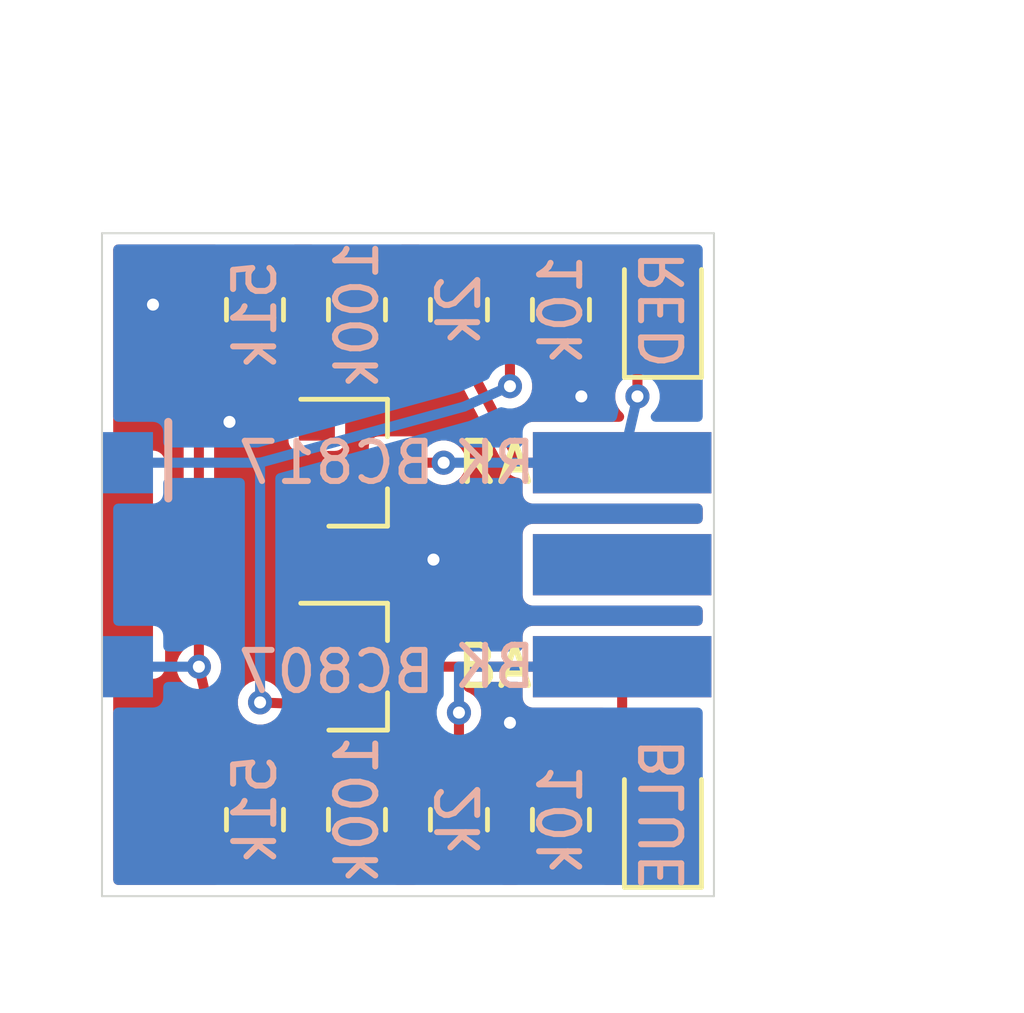
<source format=kicad_pcb>
(kicad_pcb (version 20171130) (host pcbnew 5.1.5+dfsg1-2build2)

  (general
    (thickness 0.8)
    (drawings 6)
    (tracks 54)
    (zones 0)
    (modules 14)
    (nets 12)
  )

  (page A4)
  (layers
    (0 F.Cu signal)
    (31 B.Cu signal)
    (32 B.Adhes user)
    (33 F.Adhes user)
    (34 B.Paste user)
    (35 F.Paste user)
    (36 B.SilkS user)
    (37 F.SilkS user)
    (38 B.Mask user)
    (39 F.Mask user)
    (40 Dwgs.User user)
    (41 Cmts.User user)
    (42 Eco1.User user)
    (43 Eco2.User user)
    (44 Edge.Cuts user)
    (45 Margin user)
    (46 B.CrtYd user)
    (47 F.CrtYd user)
    (48 B.Fab user)
    (49 F.Fab user)
  )

  (setup
    (last_trace_width 0.25)
    (user_trace_width 0.3)
    (user_trace_width 0.5)
    (user_trace_width 0.7)
    (trace_clearance 0.2)
    (zone_clearance 0.254)
    (zone_45_only no)
    (trace_min 0.2)
    (via_size 0.8)
    (via_drill 0.4)
    (via_min_size 0.4)
    (via_min_drill 0.3)
    (user_via 0.6 0.3)
    (uvia_size 0.3)
    (uvia_drill 0.1)
    (uvias_allowed no)
    (uvia_min_size 0.2)
    (uvia_min_drill 0.1)
    (edge_width 0.05)
    (segment_width 0.2)
    (pcb_text_width 0.3)
    (pcb_text_size 1.5 1.5)
    (mod_edge_width 0.12)
    (mod_text_size 1 1)
    (mod_text_width 0.15)
    (pad_size 1.524 1.524)
    (pad_drill 0.762)
    (pad_to_mask_clearance 0.051)
    (solder_mask_min_width 0.25)
    (aux_axis_origin 0 0)
    (visible_elements FFFBFF7F)
    (pcbplotparams
      (layerselection 0x010fc_ffffffff)
      (usegerberextensions false)
      (usegerberattributes false)
      (usegerberadvancedattributes false)
      (creategerberjobfile false)
      (excludeedgelayer true)
      (linewidth 0.100000)
      (plotframeref false)
      (viasonmask false)
      (mode 1)
      (useauxorigin false)
      (hpglpennumber 1)
      (hpglpenspeed 20)
      (hpglpendiameter 15.000000)
      (psnegative false)
      (psa4output false)
      (plotreference true)
      (plotvalue true)
      (plotinvisibletext false)
      (padsonsilk false)
      (subtractmaskfromsilk false)
      (outputformat 1)
      (mirror false)
      (drillshape 1)
      (scaleselection 1)
      (outputdirectory ""))
  )

  (net 0 "")
  (net 1 "Net-(D1-Pad2)")
  (net 2 "Net-(D2-Pad1)")
  (net 3 VIN)
  (net 4 GND)
  (net 5 "Net-(Q1-Pad1)")
  (net 6 "Net-(Q2-Pad1)")
  (net 7 RED_K)
  (net 8 BLUE_A)
  (net 9 IN)
  (net 10 BLUE_K)
  (net 11 RED_A)

  (net_class Default "This is the default net class."
    (clearance 0.2)
    (trace_width 0.25)
    (via_dia 0.8)
    (via_drill 0.4)
    (uvia_dia 0.3)
    (uvia_drill 0.1)
    (add_net BLUE_A)
    (add_net BLUE_K)
    (add_net GND)
    (add_net IN)
    (add_net "Net-(D1-Pad2)")
    (add_net "Net-(D2-Pad1)")
    (add_net "Net-(Q1-Pad1)")
    (add_net "Net-(Q2-Pad1)")
    (add_net RED_A)
    (add_net RED_K)
    (add_net VIN)
  )

  (module Package_TO_SOT_SMD:SOT-23 (layer F.Cu) (tedit 5A02FF57) (tstamp 639EEE83)
    (at 124.46 80.645)
    (descr "SOT-23, Standard")
    (tags SOT-23)
    (path /639F1843)
    (attr smd)
    (fp_text reference Q2 (at 0 -2.5) (layer F.SilkS) hide
      (effects (font (size 1 1) (thickness 0.15)))
    )
    (fp_text value BC807 (at -0.508 0.127) (layer B.SilkS)
      (effects (font (size 1 1) (thickness 0.15)) (justify mirror))
    )
    (fp_line (start 0.76 1.58) (end -0.7 1.58) (layer F.SilkS) (width 0.12))
    (fp_line (start 0.76 -1.58) (end -1.4 -1.58) (layer F.SilkS) (width 0.12))
    (fp_line (start -1.7 1.75) (end -1.7 -1.75) (layer F.CrtYd) (width 0.05))
    (fp_line (start 1.7 1.75) (end -1.7 1.75) (layer F.CrtYd) (width 0.05))
    (fp_line (start 1.7 -1.75) (end 1.7 1.75) (layer F.CrtYd) (width 0.05))
    (fp_line (start -1.7 -1.75) (end 1.7 -1.75) (layer F.CrtYd) (width 0.05))
    (fp_line (start 0.76 -1.58) (end 0.76 -0.65) (layer F.SilkS) (width 0.12))
    (fp_line (start 0.76 1.58) (end 0.76 0.65) (layer F.SilkS) (width 0.12))
    (fp_line (start -0.7 1.52) (end 0.7 1.52) (layer F.Fab) (width 0.1))
    (fp_line (start 0.7 -1.52) (end 0.7 1.52) (layer F.Fab) (width 0.1))
    (fp_line (start -0.7 -0.95) (end -0.15 -1.52) (layer F.Fab) (width 0.1))
    (fp_line (start -0.15 -1.52) (end 0.7 -1.52) (layer F.Fab) (width 0.1))
    (fp_line (start -0.7 -0.95) (end -0.7 1.5) (layer F.Fab) (width 0.1))
    (fp_text user %R (at 0 0 90) (layer F.Fab) hide
      (effects (font (size 0.5 0.5) (thickness 0.075)))
    )
    (pad 3 smd rect (at 1 0) (size 0.9 0.8) (layers F.Cu F.Paste F.Mask)
      (net 8 BLUE_A))
    (pad 2 smd rect (at -1 0.95) (size 0.9 0.8) (layers F.Cu F.Paste F.Mask)
      (net 3 VIN))
    (pad 1 smd rect (at -1 -0.95) (size 0.9 0.8) (layers F.Cu F.Paste F.Mask)
      (net 6 "Net-(Q2-Pad1)"))
    (model ${KISYS3DMOD}/Package_TO_SOT_SMD.3dshapes/SOT-23.wrl
      (at (xyz 0 0 0))
      (scale (xyz 1 1 1))
      (rotate (xyz 0 0 0))
    )
  )

  (module Package_TO_SOT_SMD:SOT-23 (layer F.Cu) (tedit 5A02FF57) (tstamp 639EEE6E)
    (at 124.46 75.565)
    (descr "SOT-23, Standard")
    (tags SOT-23)
    (path /639F14CB)
    (attr smd)
    (fp_text reference Q1 (at 0 -2.5) (layer F.SilkS) hide
      (effects (font (size 1 1) (thickness 0.15)))
    )
    (fp_text value BC817 (at -0.508 0) (layer B.SilkS)
      (effects (font (size 1 1) (thickness 0.15)) (justify mirror))
    )
    (fp_line (start 0.76 1.58) (end -0.7 1.58) (layer F.SilkS) (width 0.12))
    (fp_line (start 0.76 -1.58) (end -1.4 -1.58) (layer F.SilkS) (width 0.12))
    (fp_line (start -1.7 1.75) (end -1.7 -1.75) (layer F.CrtYd) (width 0.05))
    (fp_line (start 1.7 1.75) (end -1.7 1.75) (layer F.CrtYd) (width 0.05))
    (fp_line (start 1.7 -1.75) (end 1.7 1.75) (layer F.CrtYd) (width 0.05))
    (fp_line (start -1.7 -1.75) (end 1.7 -1.75) (layer F.CrtYd) (width 0.05))
    (fp_line (start 0.76 -1.58) (end 0.76 -0.65) (layer F.SilkS) (width 0.12))
    (fp_line (start 0.76 1.58) (end 0.76 0.65) (layer F.SilkS) (width 0.12))
    (fp_line (start -0.7 1.52) (end 0.7 1.52) (layer F.Fab) (width 0.1))
    (fp_line (start 0.7 -1.52) (end 0.7 1.52) (layer F.Fab) (width 0.1))
    (fp_line (start -0.7 -0.95) (end -0.15 -1.52) (layer F.Fab) (width 0.1))
    (fp_line (start -0.15 -1.52) (end 0.7 -1.52) (layer F.Fab) (width 0.1))
    (fp_line (start -0.7 -0.95) (end -0.7 1.5) (layer F.Fab) (width 0.1))
    (fp_text user %R (at 0 0 90) (layer F.Fab) hide
      (effects (font (size 0.5 0.5) (thickness 0.075)))
    )
    (pad 3 smd rect (at 1 0) (size 0.9 0.8) (layers F.Cu F.Paste F.Mask)
      (net 7 RED_K))
    (pad 2 smd rect (at -1 0.95) (size 0.9 0.8) (layers F.Cu F.Paste F.Mask)
      (net 4 GND))
    (pad 1 smd rect (at -1 -0.95) (size 0.9 0.8) (layers F.Cu F.Paste F.Mask)
      (net 5 "Net-(Q1-Pad1)"))
    (model ${KISYS3DMOD}/Package_TO_SOT_SMD.3dshapes/SOT-23.wrl
      (at (xyz 0 0 0))
      (scale (xyz 1 1 1))
      (rotate (xyz 0 0 0))
    )
  )

  (module plc88:indicator_channel_in_im (layer F.Cu) (tedit 639EE5B5) (tstamp 639F3119)
    (at 118.11 73.025)
    (path /63A83D70)
    (fp_text reference J1 (at 0 0.5) (layer F.SilkS) hide
      (effects (font (size 1 1) (thickness 0.15)))
    )
    (fp_text value indicator_channel_in_i (at 0 -0.5) (layer F.Fab) hide
      (effects (font (size 1 1) (thickness 0.15)))
    )
    (fp_line (start 1.651 1.524) (end 1.651 3.429) (layer B.SilkS) (width 0.2))
    (fp_line (start -0.127 8.509) (end -0.127 1.651) (layer F.CrtYd) (width 0.12))
    (fp_line (start 1.397 8.509) (end -0.127 8.509) (layer F.CrtYd) (width 0.12))
    (fp_line (start 1.397 1.651) (end 1.397 8.509) (layer F.CrtYd) (width 0.12))
    (fp_line (start -0.127 1.651) (end 1.397 1.651) (layer F.CrtYd) (width 0.12))
    (fp_line (start -0.127 8.509) (end -0.127 1.651) (layer B.CrtYd) (width 0.12))
    (fp_line (start 1.397 8.509) (end -0.127 8.509) (layer B.CrtYd) (width 0.12))
    (fp_line (start 1.397 1.651) (end 1.397 8.509) (layer B.CrtYd) (width 0.12))
    (fp_line (start -0.127 1.651) (end 1.397 1.651) (layer B.CrtYd) (width 0.12))
    (pad 2 smd rect (at 0.635 7.62) (size 1.27 1.524) (layers B.Cu B.Paste B.Mask)
      (net 9 IN))
    (pad 3 smd rect (at 0.635 5.08) (size 1.27 5.08) (layers F.Cu F.Paste F.Mask)
      (net 4 GND))
    (pad 1 smd rect (at 0.635 2.54) (size 1.27 1.524) (layers B.Cu B.Paste B.Mask)
      (net 3 VIN))
  )

  (module Resistor_SMD:R_0805_2012Metric (layer F.Cu) (tedit 5B36C52B) (tstamp 639F31E5)
    (at 127 84.455 270)
    (descr "Resistor SMD 0805 (2012 Metric), square (rectangular) end terminal, IPC_7351 nominal, (Body size source: https://docs.google.com/spreadsheets/d/1BsfQQcO9C6DZCsRaXUlFlo91Tg2WpOkGARC1WS5S8t0/edit?usp=sharing), generated with kicad-footprint-generator")
    (tags resistor)
    (path /63A6A078)
    (attr smd)
    (fp_text reference R7 (at 0 -1.65 90) (layer F.SilkS) hide
      (effects (font (size 1 1) (thickness 0.15)))
    )
    (fp_text value 2k (at 0 0 90) (layer B.SilkS)
      (effects (font (size 1 1) (thickness 0.15)) (justify mirror))
    )
    (fp_text user %R (at 0 0 90) (layer F.Fab)
      (effects (font (size 0.5 0.5) (thickness 0.08)))
    )
    (fp_line (start 1.68 0.95) (end -1.68 0.95) (layer F.CrtYd) (width 0.05))
    (fp_line (start 1.68 -0.95) (end 1.68 0.95) (layer F.CrtYd) (width 0.05))
    (fp_line (start -1.68 -0.95) (end 1.68 -0.95) (layer F.CrtYd) (width 0.05))
    (fp_line (start -1.68 0.95) (end -1.68 -0.95) (layer F.CrtYd) (width 0.05))
    (fp_line (start -0.258578 0.71) (end 0.258578 0.71) (layer F.SilkS) (width 0.12))
    (fp_line (start -0.258578 -0.71) (end 0.258578 -0.71) (layer F.SilkS) (width 0.12))
    (fp_line (start 1 0.6) (end -1 0.6) (layer F.Fab) (width 0.1))
    (fp_line (start 1 -0.6) (end 1 0.6) (layer F.Fab) (width 0.1))
    (fp_line (start -1 -0.6) (end 1 -0.6) (layer F.Fab) (width 0.1))
    (fp_line (start -1 0.6) (end -1 -0.6) (layer F.Fab) (width 0.1))
    (pad 2 smd roundrect (at 0.9375 0 270) (size 0.975 1.4) (layers F.Cu F.Paste F.Mask) (roundrect_rratio 0.25)
      (net 4 GND))
    (pad 1 smd roundrect (at -0.9375 0 270) (size 0.975 1.4) (layers F.Cu F.Paste F.Mask) (roundrect_rratio 0.25)
      (net 10 BLUE_K))
    (model ${KISYS3DMOD}/Resistor_SMD.3dshapes/R_0805_2012Metric.wrl
      (at (xyz 0 0 0))
      (scale (xyz 1 1 1))
      (rotate (xyz 0 0 0))
    )
  )

  (module Resistor_SMD:R_0805_2012Metric (layer F.Cu) (tedit 5B36C52B) (tstamp 639F31A4)
    (at 127 71.755 270)
    (descr "Resistor SMD 0805 (2012 Metric), square (rectangular) end terminal, IPC_7351 nominal, (Body size source: https://docs.google.com/spreadsheets/d/1BsfQQcO9C6DZCsRaXUlFlo91Tg2WpOkGARC1WS5S8t0/edit?usp=sharing), generated with kicad-footprint-generator")
    (tags resistor)
    (path /63A5074E)
    (attr smd)
    (fp_text reference R3 (at 0 -1.65 90) (layer F.SilkS) hide
      (effects (font (size 1 1) (thickness 0.15)))
    )
    (fp_text value 2k (at 0 0 90) (layer B.SilkS)
      (effects (font (size 1 1) (thickness 0.15)) (justify mirror))
    )
    (fp_text user %R (at 0 0 90) (layer F.Fab)
      (effects (font (size 0.5 0.5) (thickness 0.08)))
    )
    (fp_line (start 1.68 0.95) (end -1.68 0.95) (layer F.CrtYd) (width 0.05))
    (fp_line (start 1.68 -0.95) (end 1.68 0.95) (layer F.CrtYd) (width 0.05))
    (fp_line (start -1.68 -0.95) (end 1.68 -0.95) (layer F.CrtYd) (width 0.05))
    (fp_line (start -1.68 0.95) (end -1.68 -0.95) (layer F.CrtYd) (width 0.05))
    (fp_line (start -0.258578 0.71) (end 0.258578 0.71) (layer F.SilkS) (width 0.12))
    (fp_line (start -0.258578 -0.71) (end 0.258578 -0.71) (layer F.SilkS) (width 0.12))
    (fp_line (start 1 0.6) (end -1 0.6) (layer F.Fab) (width 0.1))
    (fp_line (start 1 -0.6) (end 1 0.6) (layer F.Fab) (width 0.1))
    (fp_line (start -1 -0.6) (end 1 -0.6) (layer F.Fab) (width 0.1))
    (fp_line (start -1 0.6) (end -1 -0.6) (layer F.Fab) (width 0.1))
    (pad 2 smd roundrect (at 0.9375 0 270) (size 0.975 1.4) (layers F.Cu F.Paste F.Mask) (roundrect_rratio 0.25)
      (net 11 RED_A))
    (pad 1 smd roundrect (at -0.9375 0 270) (size 0.975 1.4) (layers F.Cu F.Paste F.Mask) (roundrect_rratio 0.25)
      (net 3 VIN))
    (model ${KISYS3DMOD}/Resistor_SMD.3dshapes/R_0805_2012Metric.wrl
      (at (xyz 0 0 0))
      (scale (xyz 1 1 1))
      (rotate (xyz 0 0 0))
    )
  )

  (module plc88:indicator_channel_out_i (layer F.Cu) (tedit 639ED53A) (tstamp 639F3127)
    (at 130.429 73.025)
    (path /63A84406)
    (fp_text reference J2 (at 0 0.5) (layer F.SilkS) hide
      (effects (font (size 1 1) (thickness 0.15)))
    )
    (fp_text value indicator_channel_out_i (at 0 -0.5) (layer F.Fab) hide
      (effects (font (size 1 1) (thickness 0.15)))
    )
    (fp_text user BK (at -2.54 7.62) (layer B.SilkS)
      (effects (font (size 1 1) (thickness 0.15)) (justify mirror))
    )
    (fp_text user RK (at -2.54 2.54) (layer B.SilkS)
      (effects (font (size 1 1) (thickness 0.15)) (justify mirror))
    )
    (fp_text user BA (at -2.54 7.62) (layer F.SilkS)
      (effects (font (size 1 1) (thickness 0.15)))
    )
    (fp_text user RA (at -2.54 2.54) (layer F.SilkS)
      (effects (font (size 1 1) (thickness 0.15)))
    )
    (pad 6 smd rect (at 0.635 5.08) (size 4.445 1.524) (layers B.Cu B.Paste B.Mask))
    (pad 5 smd rect (at 0.635 5.08) (size 4.445 1.524) (layers F.Cu F.Paste F.Mask))
    (pad 4 smd rect (at 0.635 7.62) (size 4.445 1.524) (layers B.Cu B.Paste B.Mask)
      (net 10 BLUE_K))
    (pad 3 smd rect (at 0.635 7.62) (size 4.445 1.524) (layers F.Cu F.Paste F.Mask)
      (net 8 BLUE_A))
    (pad 2 smd rect (at 0.635 2.54) (size 4.445 1.524) (layers B.Cu B.Paste B.Mask)
      (net 7 RED_K))
    (pad 1 smd rect (at 0.635 2.54) (size 4.445 1.524) (layers F.Cu F.Paste F.Mask)
      (net 11 RED_A))
  )

  (module Resistor_SMD:R_0805_2012Metric (layer F.Cu) (tedit 5B36C52B) (tstamp 6396C512)
    (at 129.54 71.755 270)
    (descr "Resistor SMD 0805 (2012 Metric), square (rectangular) end terminal, IPC_7351 nominal, (Body size source: https://docs.google.com/spreadsheets/d/1BsfQQcO9C6DZCsRaXUlFlo91Tg2WpOkGARC1WS5S8t0/edit?usp=sharing), generated with kicad-footprint-generator")
    (tags resistor)
    (path /6399EEC8)
    (attr smd)
    (fp_text reference R4 (at 0 -1.65 90) (layer F.SilkS) hide
      (effects (font (size 1 1) (thickness 0.15)))
    )
    (fp_text value 10k (at 0 0 270) (layer B.SilkS)
      (effects (font (size 1 1) (thickness 0.15)) (justify mirror))
    )
    (fp_text user %R (at 0 0 90) (layer F.Fab) hide
      (effects (font (size 0.5 0.5) (thickness 0.08)))
    )
    (fp_line (start 1.68 0.95) (end -1.68 0.95) (layer F.CrtYd) (width 0.05))
    (fp_line (start 1.68 -0.95) (end 1.68 0.95) (layer F.CrtYd) (width 0.05))
    (fp_line (start -1.68 -0.95) (end 1.68 -0.95) (layer F.CrtYd) (width 0.05))
    (fp_line (start -1.68 0.95) (end -1.68 -0.95) (layer F.CrtYd) (width 0.05))
    (fp_line (start -0.258578 0.71) (end 0.258578 0.71) (layer F.SilkS) (width 0.12))
    (fp_line (start -0.258578 -0.71) (end 0.258578 -0.71) (layer F.SilkS) (width 0.12))
    (fp_line (start 1 0.6) (end -1 0.6) (layer F.Fab) (width 0.1))
    (fp_line (start 1 -0.6) (end 1 0.6) (layer F.Fab) (width 0.1))
    (fp_line (start -1 -0.6) (end 1 -0.6) (layer F.Fab) (width 0.1))
    (fp_line (start -1 0.6) (end -1 -0.6) (layer F.Fab) (width 0.1))
    (pad 2 smd roundrect (at 0.9375 0 270) (size 0.975 1.4) (layers F.Cu F.Paste F.Mask) (roundrect_rratio 0.25)
      (net 1 "Net-(D1-Pad2)"))
    (pad 1 smd roundrect (at -0.9375 0 270) (size 0.975 1.4) (layers F.Cu F.Paste F.Mask) (roundrect_rratio 0.25)
      (net 3 VIN))
    (model ${KISYS3DMOD}/Resistor_SMD.3dshapes/R_0805_2012Metric.wrl
      (at (xyz 0 0 0))
      (scale (xyz 1 1 1))
      (rotate (xyz 0 0 0))
    )
  )

  (module Resistor_SMD:R_0805_2012Metric (layer F.Cu) (tedit 5B36C52B) (tstamp 6396C5DE)
    (at 124.46 84.455 90)
    (descr "Resistor SMD 0805 (2012 Metric), square (rectangular) end terminal, IPC_7351 nominal, (Body size source: https://docs.google.com/spreadsheets/d/1BsfQQcO9C6DZCsRaXUlFlo91Tg2WpOkGARC1WS5S8t0/edit?usp=sharing), generated with kicad-footprint-generator")
    (tags resistor)
    (path /63A7AF6F)
    (attr smd)
    (fp_text reference R8 (at 0 -1.65 90) (layer F.SilkS) hide
      (effects (font (size 1 1) (thickness 0.15)))
    )
    (fp_text value 100k (at 0.254 0 90) (layer B.SilkS)
      (effects (font (size 1 1) (thickness 0.15)) (justify mirror))
    )
    (fp_text user %R (at 0 0 90) (layer F.Fab) hide
      (effects (font (size 0.5 0.5) (thickness 0.08)))
    )
    (fp_line (start 1.68 0.95) (end -1.68 0.95) (layer F.CrtYd) (width 0.05))
    (fp_line (start 1.68 -0.95) (end 1.68 0.95) (layer F.CrtYd) (width 0.05))
    (fp_line (start -1.68 -0.95) (end 1.68 -0.95) (layer F.CrtYd) (width 0.05))
    (fp_line (start -1.68 0.95) (end -1.68 -0.95) (layer F.CrtYd) (width 0.05))
    (fp_line (start -0.258578 0.71) (end 0.258578 0.71) (layer F.SilkS) (width 0.12))
    (fp_line (start -0.258578 -0.71) (end 0.258578 -0.71) (layer F.SilkS) (width 0.12))
    (fp_line (start 1 0.6) (end -1 0.6) (layer F.Fab) (width 0.1))
    (fp_line (start 1 -0.6) (end 1 0.6) (layer F.Fab) (width 0.1))
    (fp_line (start -1 -0.6) (end 1 -0.6) (layer F.Fab) (width 0.1))
    (fp_line (start -1 0.6) (end -1 -0.6) (layer F.Fab) (width 0.1))
    (pad 2 smd roundrect (at 0.9375 0 90) (size 0.975 1.4) (layers F.Cu F.Paste F.Mask) (roundrect_rratio 0.25)
      (net 3 VIN))
    (pad 1 smd roundrect (at -0.9375 0 90) (size 0.975 1.4) (layers F.Cu F.Paste F.Mask) (roundrect_rratio 0.25)
      (net 6 "Net-(Q2-Pad1)"))
    (model ${KISYS3DMOD}/Resistor_SMD.3dshapes/R_0805_2012Metric.wrl
      (at (xyz 0 0 0))
      (scale (xyz 1 1 1))
      (rotate (xyz 0 0 0))
    )
  )

  (module Resistor_SMD:R_0805_2012Metric (layer F.Cu) (tedit 5B36C52B) (tstamp 6396C567)
    (at 129.54 84.455 270)
    (descr "Resistor SMD 0805 (2012 Metric), square (rectangular) end terminal, IPC_7351 nominal, (Body size source: https://docs.google.com/spreadsheets/d/1BsfQQcO9C6DZCsRaXUlFlo91Tg2WpOkGARC1WS5S8t0/edit?usp=sharing), generated with kicad-footprint-generator")
    (tags resistor)
    (path /63A90039)
    (attr smd)
    (fp_text reference R6 (at 0 -1.65 90) (layer F.SilkS) hide
      (effects (font (size 1 1) (thickness 0.15)))
    )
    (fp_text value 10k (at 0 0 90) (layer B.SilkS)
      (effects (font (size 1 1) (thickness 0.15)) (justify mirror))
    )
    (fp_text user %R (at 0 0 90) (layer F.Fab) hide
      (effects (font (size 0.5 0.5) (thickness 0.08)))
    )
    (fp_line (start 1.68 0.95) (end -1.68 0.95) (layer F.CrtYd) (width 0.05))
    (fp_line (start 1.68 -0.95) (end 1.68 0.95) (layer F.CrtYd) (width 0.05))
    (fp_line (start -1.68 -0.95) (end 1.68 -0.95) (layer F.CrtYd) (width 0.05))
    (fp_line (start -1.68 0.95) (end -1.68 -0.95) (layer F.CrtYd) (width 0.05))
    (fp_line (start -0.258578 0.71) (end 0.258578 0.71) (layer F.SilkS) (width 0.12))
    (fp_line (start -0.258578 -0.71) (end 0.258578 -0.71) (layer F.SilkS) (width 0.12))
    (fp_line (start 1 0.6) (end -1 0.6) (layer F.Fab) (width 0.1))
    (fp_line (start 1 -0.6) (end 1 0.6) (layer F.Fab) (width 0.1))
    (fp_line (start -1 -0.6) (end 1 -0.6) (layer F.Fab) (width 0.1))
    (fp_line (start -1 0.6) (end -1 -0.6) (layer F.Fab) (width 0.1))
    (pad 2 smd roundrect (at 0.9375 0 270) (size 0.975 1.4) (layers F.Cu F.Paste F.Mask) (roundrect_rratio 0.25)
      (net 4 GND))
    (pad 1 smd roundrect (at -0.9375 0 270) (size 0.975 1.4) (layers F.Cu F.Paste F.Mask) (roundrect_rratio 0.25)
      (net 2 "Net-(D2-Pad1)"))
    (model ${KISYS3DMOD}/Resistor_SMD.3dshapes/R_0805_2012Metric.wrl
      (at (xyz 0 0 0))
      (scale (xyz 1 1 1))
      (rotate (xyz 0 0 0))
    )
  )

  (module Resistor_SMD:R_0805_2012Metric (layer F.Cu) (tedit 5B36C52B) (tstamp 6396C556)
    (at 121.92 84.455 90)
    (descr "Resistor SMD 0805 (2012 Metric), square (rectangular) end terminal, IPC_7351 nominal, (Body size source: https://docs.google.com/spreadsheets/d/1BsfQQcO9C6DZCsRaXUlFlo91Tg2WpOkGARC1WS5S8t0/edit?usp=sharing), generated with kicad-footprint-generator")
    (tags resistor)
    (path /63A844DD)
    (attr smd)
    (fp_text reference R5 (at 0 -1.65 90) (layer F.SilkS) hide
      (effects (font (size 1 1) (thickness 0.15)))
    )
    (fp_text value 51k (at 0.254 0 90) (layer B.SilkS)
      (effects (font (size 1 1) (thickness 0.15)) (justify mirror))
    )
    (fp_text user %R (at 0 0 90) (layer F.Fab) hide
      (effects (font (size 0.5 0.5) (thickness 0.08)))
    )
    (fp_line (start 1.68 0.95) (end -1.68 0.95) (layer F.CrtYd) (width 0.05))
    (fp_line (start 1.68 -0.95) (end 1.68 0.95) (layer F.CrtYd) (width 0.05))
    (fp_line (start -1.68 -0.95) (end 1.68 -0.95) (layer F.CrtYd) (width 0.05))
    (fp_line (start -1.68 0.95) (end -1.68 -0.95) (layer F.CrtYd) (width 0.05))
    (fp_line (start -0.258578 0.71) (end 0.258578 0.71) (layer F.SilkS) (width 0.12))
    (fp_line (start -0.258578 -0.71) (end 0.258578 -0.71) (layer F.SilkS) (width 0.12))
    (fp_line (start 1 0.6) (end -1 0.6) (layer F.Fab) (width 0.1))
    (fp_line (start 1 -0.6) (end 1 0.6) (layer F.Fab) (width 0.1))
    (fp_line (start -1 -0.6) (end 1 -0.6) (layer F.Fab) (width 0.1))
    (fp_line (start -1 0.6) (end -1 -0.6) (layer F.Fab) (width 0.1))
    (pad 2 smd roundrect (at 0.9375 0 90) (size 0.975 1.4) (layers F.Cu F.Paste F.Mask) (roundrect_rratio 0.25)
      (net 9 IN))
    (pad 1 smd roundrect (at -0.9375 0 90) (size 0.975 1.4) (layers F.Cu F.Paste F.Mask) (roundrect_rratio 0.25)
      (net 6 "Net-(Q2-Pad1)"))
    (model ${KISYS3DMOD}/Resistor_SMD.3dshapes/R_0805_2012Metric.wrl
      (at (xyz 0 0 0))
      (scale (xyz 1 1 1))
      (rotate (xyz 0 0 0))
    )
  )

  (module Resistor_SMD:R_0805_2012Metric (layer F.Cu) (tedit 5B36C52B) (tstamp 6396C4CE)
    (at 121.92 71.755 90)
    (descr "Resistor SMD 0805 (2012 Metric), square (rectangular) end terminal, IPC_7351 nominal, (Body size source: https://docs.google.com/spreadsheets/d/1BsfQQcO9C6DZCsRaXUlFlo91Tg2WpOkGARC1WS5S8t0/edit?usp=sharing), generated with kicad-footprint-generator")
    (tags resistor)
    (path /6398E9E9)
    (attr smd)
    (fp_text reference R2 (at 0 -1.65 90) (layer F.SilkS) hide
      (effects (font (size 1 1) (thickness 0.15)))
    )
    (fp_text value 51k (at -0.127 0 90) (layer B.SilkS)
      (effects (font (size 1 1) (thickness 0.15)) (justify mirror))
    )
    (fp_text user %R (at 0 0 90) (layer F.Fab) hide
      (effects (font (size 0.5 0.5) (thickness 0.08)))
    )
    (fp_line (start 1.68 0.95) (end -1.68 0.95) (layer F.CrtYd) (width 0.05))
    (fp_line (start 1.68 -0.95) (end 1.68 0.95) (layer F.CrtYd) (width 0.05))
    (fp_line (start -1.68 -0.95) (end 1.68 -0.95) (layer F.CrtYd) (width 0.05))
    (fp_line (start -1.68 0.95) (end -1.68 -0.95) (layer F.CrtYd) (width 0.05))
    (fp_line (start -0.258578 0.71) (end 0.258578 0.71) (layer F.SilkS) (width 0.12))
    (fp_line (start -0.258578 -0.71) (end 0.258578 -0.71) (layer F.SilkS) (width 0.12))
    (fp_line (start 1 0.6) (end -1 0.6) (layer F.Fab) (width 0.1))
    (fp_line (start 1 -0.6) (end 1 0.6) (layer F.Fab) (width 0.1))
    (fp_line (start -1 -0.6) (end 1 -0.6) (layer F.Fab) (width 0.1))
    (fp_line (start -1 0.6) (end -1 -0.6) (layer F.Fab) (width 0.1))
    (pad 2 smd roundrect (at 0.9375 0 90) (size 0.975 1.4) (layers F.Cu F.Paste F.Mask) (roundrect_rratio 0.25)
      (net 5 "Net-(Q1-Pad1)"))
    (pad 1 smd roundrect (at -0.9375 0 90) (size 0.975 1.4) (layers F.Cu F.Paste F.Mask) (roundrect_rratio 0.25)
      (net 9 IN))
    (model ${KISYS3DMOD}/Resistor_SMD.3dshapes/R_0805_2012Metric.wrl
      (at (xyz 0 0 0))
      (scale (xyz 1 1 1))
      (rotate (xyz 0 0 0))
    )
  )

  (module Resistor_SMD:R_0805_2012Metric (layer F.Cu) (tedit 5B36C52B) (tstamp 6396C48A)
    (at 124.46 71.755 270)
    (descr "Resistor SMD 0805 (2012 Metric), square (rectangular) end terminal, IPC_7351 nominal, (Body size source: https://docs.google.com/spreadsheets/d/1BsfQQcO9C6DZCsRaXUlFlo91Tg2WpOkGARC1WS5S8t0/edit?usp=sharing), generated with kicad-footprint-generator")
    (tags resistor)
    (path /6398E9EF)
    (attr smd)
    (fp_text reference R1 (at 0 -1.65 90) (layer F.SilkS) hide
      (effects (font (size 1 1) (thickness 0.15)))
    )
    (fp_text value 100k (at 0.127 0 90) (layer B.SilkS)
      (effects (font (size 1 1) (thickness 0.15)) (justify mirror))
    )
    (fp_text user %R (at 0 0 90) (layer F.Fab) hide
      (effects (font (size 0.5 0.5) (thickness 0.08)))
    )
    (fp_line (start 1.68 0.95) (end -1.68 0.95) (layer F.CrtYd) (width 0.05))
    (fp_line (start 1.68 -0.95) (end 1.68 0.95) (layer F.CrtYd) (width 0.05))
    (fp_line (start -1.68 -0.95) (end 1.68 -0.95) (layer F.CrtYd) (width 0.05))
    (fp_line (start -1.68 0.95) (end -1.68 -0.95) (layer F.CrtYd) (width 0.05))
    (fp_line (start -0.258578 0.71) (end 0.258578 0.71) (layer F.SilkS) (width 0.12))
    (fp_line (start -0.258578 -0.71) (end 0.258578 -0.71) (layer F.SilkS) (width 0.12))
    (fp_line (start 1 0.6) (end -1 0.6) (layer F.Fab) (width 0.1))
    (fp_line (start 1 -0.6) (end 1 0.6) (layer F.Fab) (width 0.1))
    (fp_line (start -1 -0.6) (end 1 -0.6) (layer F.Fab) (width 0.1))
    (fp_line (start -1 0.6) (end -1 -0.6) (layer F.Fab) (width 0.1))
    (pad 2 smd roundrect (at 0.9375 0 270) (size 0.975 1.4) (layers F.Cu F.Paste F.Mask) (roundrect_rratio 0.25)
      (net 5 "Net-(Q1-Pad1)"))
    (pad 1 smd roundrect (at -0.9375 0 270) (size 0.975 1.4) (layers F.Cu F.Paste F.Mask) (roundrect_rratio 0.25)
      (net 4 GND))
    (model ${KISYS3DMOD}/Resistor_SMD.3dshapes/R_0805_2012Metric.wrl
      (at (xyz 0 0 0))
      (scale (xyz 1 1 1))
      (rotate (xyz 0 0 0))
    )
  )

  (module LED_SMD:LED_0805_2012Metric (layer F.Cu) (tedit 5B36C52C) (tstamp 6396C21C)
    (at 132.08 84.455 90)
    (descr "LED SMD 0805 (2012 Metric), square (rectangular) end terminal, IPC_7351 nominal, (Body size source: https://docs.google.com/spreadsheets/d/1BsfQQcO9C6DZCsRaXUlFlo91Tg2WpOkGARC1WS5S8t0/edit?usp=sharing), generated with kicad-footprint-generator")
    (tags diode)
    (path /63A90040)
    (attr smd)
    (fp_text reference D2 (at 0 -1.65 90) (layer F.SilkS) hide
      (effects (font (size 1 1) (thickness 0.15)))
    )
    (fp_text value LED (at 0 1.65 90) (layer F.Fab) hide
      (effects (font (size 1 1) (thickness 0.15)))
    )
    (fp_text user %R (at 0 0 90) (layer F.Fab) hide
      (effects (font (size 0.5 0.5) (thickness 0.08)))
    )
    (fp_line (start 1.68 0.95) (end -1.68 0.95) (layer F.CrtYd) (width 0.05))
    (fp_line (start 1.68 -0.95) (end 1.68 0.95) (layer F.CrtYd) (width 0.05))
    (fp_line (start -1.68 -0.95) (end 1.68 -0.95) (layer F.CrtYd) (width 0.05))
    (fp_line (start -1.68 0.95) (end -1.68 -0.95) (layer F.CrtYd) (width 0.05))
    (fp_line (start -1.685 0.96) (end 1 0.96) (layer F.SilkS) (width 0.12))
    (fp_line (start -1.685 -0.96) (end -1.685 0.96) (layer F.SilkS) (width 0.12))
    (fp_line (start 1 -0.96) (end -1.685 -0.96) (layer F.SilkS) (width 0.12))
    (fp_line (start 1 0.6) (end 1 -0.6) (layer F.Fab) (width 0.1))
    (fp_line (start -1 0.6) (end 1 0.6) (layer F.Fab) (width 0.1))
    (fp_line (start -1 -0.3) (end -1 0.6) (layer F.Fab) (width 0.1))
    (fp_line (start -0.7 -0.6) (end -1 -0.3) (layer F.Fab) (width 0.1))
    (fp_line (start 1 -0.6) (end -0.7 -0.6) (layer F.Fab) (width 0.1))
    (fp_text user BLUE (at 0.127 0 90) (layer B.SilkS)
      (effects (font (size 1 1) (thickness 0.15)) (justify mirror))
    )
    (pad 2 smd roundrect (at 0.9375 0 90) (size 0.975 1.4) (layers F.Cu F.Paste F.Mask) (roundrect_rratio 0.25)
      (net 8 BLUE_A))
    (pad 1 smd roundrect (at -0.9375 0 90) (size 0.975 1.4) (layers F.Cu F.Paste F.Mask) (roundrect_rratio 0.25)
      (net 2 "Net-(D2-Pad1)"))
    (model ${KISYS3DMOD}/LED_SMD.3dshapes/LED_0805_2012Metric.wrl
      (at (xyz 0 0 0))
      (scale (xyz 1 1 1))
      (rotate (xyz 0 0 0))
    )
  )

  (module LED_SMD:LED_0805_2012Metric (layer F.Cu) (tedit 5B36C52C) (tstamp 6396C1D0)
    (at 132.08 71.755 90)
    (descr "LED SMD 0805 (2012 Metric), square (rectangular) end terminal, IPC_7351 nominal, (Body size source: https://docs.google.com/spreadsheets/d/1BsfQQcO9C6DZCsRaXUlFlo91Tg2WpOkGARC1WS5S8t0/edit?usp=sharing), generated with kicad-footprint-generator")
    (tags diode)
    (path /639AB66A)
    (attr smd)
    (fp_text reference D1 (at 0 -1.65 90) (layer F.SilkS) hide
      (effects (font (size 1 1) (thickness 0.15)))
    )
    (fp_text value LED (at 0 1.65 90) (layer F.Fab) hide
      (effects (font (size 1 1) (thickness 0.15)))
    )
    (fp_text user %R (at 0 0 90) (layer F.Fab) hide
      (effects (font (size 0.5 0.5) (thickness 0.08)))
    )
    (fp_line (start 1.68 0.95) (end -1.68 0.95) (layer F.CrtYd) (width 0.05))
    (fp_line (start 1.68 -0.95) (end 1.68 0.95) (layer F.CrtYd) (width 0.05))
    (fp_line (start -1.68 -0.95) (end 1.68 -0.95) (layer F.CrtYd) (width 0.05))
    (fp_line (start -1.68 0.95) (end -1.68 -0.95) (layer F.CrtYd) (width 0.05))
    (fp_line (start -1.685 0.96) (end 1 0.96) (layer F.SilkS) (width 0.12))
    (fp_line (start -1.685 -0.96) (end -1.685 0.96) (layer F.SilkS) (width 0.12))
    (fp_line (start 1 -0.96) (end -1.685 -0.96) (layer F.SilkS) (width 0.12))
    (fp_line (start 1 0.6) (end 1 -0.6) (layer F.Fab) (width 0.1))
    (fp_line (start -1 0.6) (end 1 0.6) (layer F.Fab) (width 0.1))
    (fp_line (start -1 -0.3) (end -1 0.6) (layer F.Fab) (width 0.1))
    (fp_line (start -0.7 -0.6) (end -1 -0.3) (layer F.Fab) (width 0.1))
    (fp_line (start 1 -0.6) (end -0.7 -0.6) (layer F.Fab) (width 0.1))
    (fp_text user RED (at 0 0 90) (layer B.SilkS)
      (effects (font (size 1 1) (thickness 0.15)) (justify mirror))
    )
    (pad 2 smd roundrect (at 0.9375 0 90) (size 0.975 1.4) (layers F.Cu F.Paste F.Mask) (roundrect_rratio 0.25)
      (net 1 "Net-(D1-Pad2)"))
    (pad 1 smd roundrect (at -0.9375 0 90) (size 0.975 1.4) (layers F.Cu F.Paste F.Mask) (roundrect_rratio 0.25)
      (net 7 RED_K))
    (model ${KISYS3DMOD}/LED_SMD.3dshapes/LED_0805_2012Metric.wrl
      (at (xyz 0 0 0))
      (scale (xyz 1 1 1))
      (rotate (xyz 0 0 0))
    )
  )

  (dimension 16.51 (width 0.15) (layer F.Fab) (tstamp 6362EC31)
    (gr_text "16,510 mm" (at 139.73 78.105 90) (layer F.Fab) (tstamp 6362EC31)
      (effects (font (size 1 1) (thickness 0.15)))
    )
    (feature1 (pts (xy 133.35 69.85) (xy 139.016421 69.85)))
    (feature2 (pts (xy 133.35 86.36) (xy 139.016421 86.36)))
    (crossbar (pts (xy 138.43 86.36) (xy 138.43 69.85)))
    (arrow1a (pts (xy 138.43 69.85) (xy 139.016421 70.976504)))
    (arrow1b (pts (xy 138.43 69.85) (xy 137.843579 70.976504)))
    (arrow2a (pts (xy 138.43 86.36) (xy 139.016421 85.233496)))
    (arrow2b (pts (xy 138.43 86.36) (xy 137.843579 85.233496)))
  )
  (dimension 15.24 (width 0.15) (layer F.Fab)
    (gr_text "15,240 mm" (at 125.73 64.74) (layer F.Fab)
      (effects (font (size 1 1) (thickness 0.15)))
    )
    (feature1 (pts (xy 133.35 69.85) (xy 133.35 65.453579)))
    (feature2 (pts (xy 118.11 69.85) (xy 118.11 65.453579)))
    (crossbar (pts (xy 118.11 66.04) (xy 133.35 66.04)))
    (arrow1a (pts (xy 133.35 66.04) (xy 132.223496 66.626421)))
    (arrow1b (pts (xy 133.35 66.04) (xy 132.223496 65.453579)))
    (arrow2a (pts (xy 118.11 66.04) (xy 119.236504 66.626421)))
    (arrow2b (pts (xy 118.11 66.04) (xy 119.236504 65.453579)))
  )
  (gr_line (start 118.11 86.36) (end 118.11 69.85) (layer Edge.Cuts) (width 0.05) (tstamp 6362EBE8))
  (gr_line (start 133.35 86.36) (end 118.11 86.36) (layer Edge.Cuts) (width 0.05))
  (gr_line (start 133.35 69.85) (end 133.35 86.36) (layer Edge.Cuts) (width 0.05))
  (gr_line (start 118.11 69.85) (end 133.35 69.85) (layer Edge.Cuts) (width 0.05))

  (segment (start 132.08 70.8175) (end 129.54 72.6925) (width 0.25) (layer F.Cu) (net 1))
  (segment (start 132.08 85.3925) (end 130.81 84.455) (width 0.25) (layer F.Cu) (net 2))
  (segment (start 130.81 84.455) (end 129.54 83.5175) (width 0.25) (layer F.Cu) (net 2))
  (segment (start 123.46 81.595) (end 122.047 81.534) (width 0.25) (layer F.Cu) (net 3))
  (segment (start 122.047 81.534) (end 122.047 81.534) (width 0.25) (layer F.Cu) (net 3) (tstamp 639F54D7))
  (via (at 122.047 81.534) (size 0.6) (drill 0.3) (layers F.Cu B.Cu) (net 3))
  (segment (start 122.047 81.534) (end 122.047 75.565) (width 0.25) (layer B.Cu) (net 3))
  (segment (start 122.047 75.565) (end 118.745 75.565) (width 0.25) (layer B.Cu) (net 3))
  (segment (start 124.46 83.5175) (end 123.46 81.595) (width 0.25) (layer F.Cu) (net 3))
  (segment (start 127.127 74.168) (end 122.047 75.565) (width 0.25) (layer B.Cu) (net 3))
  (segment (start 128.27 73.66) (end 127.127 74.168) (width 0.25) (layer B.Cu) (net 3))
  (via (at 128.27 73.66) (size 0.6) (drill 0.3) (layers F.Cu B.Cu) (net 3))
  (segment (start 128.27 73.66) (end 128.27 70.866) (width 0.25) (layer F.Cu) (net 3))
  (segment (start 128.27 70.866) (end 129.54 70.8175) (width 0.25) (layer F.Cu) (net 3))
  (segment (start 127 70.8175) (end 128.27 70.866) (width 0.25) (layer F.Cu) (net 3))
  (via (at 126.365 77.978) (size 0.6) (drill 0.3) (layers F.Cu B.Cu) (net 4))
  (via (at 128.27 82.042) (size 0.6) (drill 0.3) (layers F.Cu B.Cu) (net 4))
  (via (at 121.285 74.549) (size 0.6) (drill 0.3) (layers F.Cu B.Cu) (net 4))
  (via (at 119.38 71.628) (size 0.6) (drill 0.3) (layers F.Cu B.Cu) (net 4))
  (via (at 130.048 73.914) (size 0.6) (drill 0.3) (layers F.Cu B.Cu) (net 4))
  (segment (start 123.46 74.615) (end 124.46 72.6925) (width 0.25) (layer F.Cu) (net 5))
  (segment (start 124.46 72.6925) (end 121.92 70.8175) (width 0.25) (layer F.Cu) (net 5))
  (segment (start 121.92 85.3925) (end 124.46 85.3925) (width 0.25) (layer F.Cu) (net 6))
  (segment (start 124.46 85.3925) (end 125.603 84.582) (width 0.25) (layer F.Cu) (net 6))
  (segment (start 125.603 84.582) (end 125.603 82.169) (width 0.25) (layer F.Cu) (net 6))
  (segment (start 125.603 82.169) (end 124.587 81.407) (width 0.25) (layer F.Cu) (net 6))
  (segment (start 124.587 81.407) (end 123.46 79.695) (width 0.25) (layer F.Cu) (net 6))
  (segment (start 131.064 75.565) (end 126.619 75.565) (width 0.25) (layer B.Cu) (net 7))
  (segment (start 126.619 75.565) (end 126.619 75.565) (width 0.25) (layer B.Cu) (net 7) (tstamp 639F53A9))
  (via (at 126.619 75.565) (size 0.6) (drill 0.3) (layers F.Cu B.Cu) (net 7))
  (segment (start 125.46 75.565) (end 126.619 75.565) (width 0.25) (layer F.Cu) (net 7))
  (segment (start 131.445 72.6925) (end 131.445 73.914) (width 0.25) (layer F.Cu) (net 7))
  (segment (start 131.445 73.914) (end 131.445 73.914) (width 0.25) (layer F.Cu) (net 7) (tstamp 639F53E1))
  (via (at 131.445 73.914) (size 0.6) (drill 0.3) (layers F.Cu B.Cu) (net 7))
  (segment (start 131.445 73.914) (end 131.064 75.565) (width 0.25) (layer B.Cu) (net 7))
  (segment (start 125.46 80.645) (end 131.064 80.645) (width 0.25) (layer F.Cu) (net 8))
  (segment (start 132.08 83.5175) (end 132.08 82.423) (width 0.25) (layer F.Cu) (net 8))
  (segment (start 132.08 82.423) (end 131.064 81.788) (width 0.25) (layer F.Cu) (net 8))
  (segment (start 131.064 81.788) (end 131.064 80.645) (width 0.25) (layer F.Cu) (net 8))
  (segment (start 118.745 80.645) (end 120.523 80.645) (width 0.25) (layer B.Cu) (net 9))
  (segment (start 120.523 80.645) (end 120.523 80.645) (width 0.25) (layer B.Cu) (net 9) (tstamp 639F5746))
  (via (at 120.523 80.645) (size 0.6) (drill 0.3) (layers F.Cu B.Cu) (net 9))
  (segment (start 120.523 80.645) (end 120.523 74.295) (width 0.25) (layer F.Cu) (net 9))
  (segment (start 120.523 80.645) (end 121.031 82.804) (width 0.25) (layer F.Cu) (net 9))
  (segment (start 121.031 82.804) (end 121.92 83.5175) (width 0.25) (layer F.Cu) (net 9))
  (segment (start 120.523 74.295) (end 121.285 73.025) (width 0.25) (layer F.Cu) (net 9))
  (segment (start 121.92 72.6925) (end 121.285 73.025) (width 0.25) (layer F.Cu) (net 9))
  (segment (start 131.064 80.645) (end 127 80.645) (width 0.25) (layer B.Cu) (net 10))
  (segment (start 127 80.645) (end 127 81.788) (width 0.25) (layer B.Cu) (net 10))
  (segment (start 127 81.788) (end 127 81.788) (width 0.25) (layer B.Cu) (net 10) (tstamp 639F541F))
  (via (at 127 81.788) (size 0.6) (drill 0.3) (layers F.Cu B.Cu) (net 10))
  (segment (start 127 81.788) (end 127 83.5175) (width 0.25) (layer F.Cu) (net 10))
  (segment (start 128.524 75.565) (end 131.064 75.565) (width 0.25) (layer F.Cu) (net 11))
  (segment (start 127 72.6925) (end 128.524 75.565) (width 0.25) (layer F.Cu) (net 11))

  (zone (net 4) (net_name GND) (layer B.Cu) (tstamp 0) (hatch edge 0.508)
    (connect_pads (clearance 0.254))
    (min_thickness 0.254)
    (fill yes (arc_segments 32) (thermal_gap 0.3) (thermal_bridge_width 0.3))
    (polygon
      (pts
        (xy 135.763 89.281) (xy 116.459 89.281) (xy 116.967 69.215) (xy 136.398 69.215)
      )
    )
    (filled_polygon
      (pts
        (xy 132.944 74.420157) (xy 131.901922 74.420157) (xy 131.973967 74.348112) (xy 132.048494 74.236574) (xy 132.099829 74.11264)
        (xy 132.126 73.981073) (xy 132.126 73.846927) (xy 132.099829 73.71536) (xy 132.048494 73.591426) (xy 131.973967 73.479888)
        (xy 131.879112 73.385033) (xy 131.767574 73.310506) (xy 131.64364 73.259171) (xy 131.512073 73.233) (xy 131.377927 73.233)
        (xy 131.24636 73.259171) (xy 131.122426 73.310506) (xy 131.010888 73.385033) (xy 130.916033 73.479888) (xy 130.841506 73.591426)
        (xy 130.790171 73.71536) (xy 130.764 73.846927) (xy 130.764 73.981073) (xy 130.790171 74.11264) (xy 130.841506 74.236574)
        (xy 130.848757 74.247426) (xy 130.808896 74.420157) (xy 128.8415 74.420157) (xy 128.766811 74.427513) (xy 128.694992 74.449299)
        (xy 128.628804 74.484678) (xy 128.570789 74.532289) (xy 128.523178 74.590304) (xy 128.487799 74.656492) (xy 128.466013 74.728311)
        (xy 128.458657 74.803) (xy 128.458657 75.059) (xy 127.076079 75.059) (xy 127.053112 75.036033) (xy 126.941574 74.961506)
        (xy 126.81764 74.910171) (xy 126.686073 74.884) (xy 126.551927 74.884) (xy 126.42036 74.910171) (xy 126.296426 74.961506)
        (xy 126.184888 75.036033) (xy 126.090033 75.130888) (xy 126.015506 75.242426) (xy 125.964171 75.36636) (xy 125.938 75.497927)
        (xy 125.938 75.632073) (xy 125.964171 75.76364) (xy 126.015506 75.887574) (xy 126.090033 75.999112) (xy 126.184888 76.093967)
        (xy 126.296426 76.168494) (xy 126.42036 76.219829) (xy 126.551927 76.246) (xy 126.686073 76.246) (xy 126.81764 76.219829)
        (xy 126.941574 76.168494) (xy 127.053112 76.093967) (xy 127.076079 76.071) (xy 128.458657 76.071) (xy 128.458657 76.327)
        (xy 128.466013 76.401689) (xy 128.487799 76.473508) (xy 128.523178 76.539696) (xy 128.570789 76.597711) (xy 128.628804 76.645322)
        (xy 128.694992 76.680701) (xy 128.766811 76.702487) (xy 128.8415 76.709843) (xy 132.944 76.709843) (xy 132.944 76.960157)
        (xy 128.8415 76.960157) (xy 128.766811 76.967513) (xy 128.694992 76.989299) (xy 128.628804 77.024678) (xy 128.570789 77.072289)
        (xy 128.523178 77.130304) (xy 128.487799 77.196492) (xy 128.466013 77.268311) (xy 128.458657 77.343) (xy 128.458657 78.867)
        (xy 128.466013 78.941689) (xy 128.487799 79.013508) (xy 128.523178 79.079696) (xy 128.570789 79.137711) (xy 128.628804 79.185322)
        (xy 128.694992 79.220701) (xy 128.766811 79.242487) (xy 128.8415 79.249843) (xy 132.944001 79.249843) (xy 132.944001 79.500157)
        (xy 128.8415 79.500157) (xy 128.766811 79.507513) (xy 128.694992 79.529299) (xy 128.628804 79.564678) (xy 128.570789 79.612289)
        (xy 128.523178 79.670304) (xy 128.487799 79.736492) (xy 128.466013 79.808311) (xy 128.458657 79.883) (xy 128.458657 80.139)
        (xy 127.024854 80.139) (xy 127 80.136552) (xy 126.975146 80.139) (xy 126.900807 80.146322) (xy 126.805425 80.175255)
        (xy 126.717521 80.222241) (xy 126.640473 80.285473) (xy 126.577241 80.362521) (xy 126.530255 80.450425) (xy 126.501322 80.545807)
        (xy 126.491552 80.645) (xy 126.494 80.669855) (xy 126.494001 81.33092) (xy 126.471033 81.353888) (xy 126.396506 81.465426)
        (xy 126.345171 81.58936) (xy 126.319 81.720927) (xy 126.319 81.855073) (xy 126.345171 81.98664) (xy 126.396506 82.110574)
        (xy 126.471033 82.222112) (xy 126.565888 82.316967) (xy 126.677426 82.391494) (xy 126.80136 82.442829) (xy 126.932927 82.469)
        (xy 127.067073 82.469) (xy 127.19864 82.442829) (xy 127.322574 82.391494) (xy 127.434112 82.316967) (xy 127.528967 82.222112)
        (xy 127.603494 82.110574) (xy 127.654829 81.98664) (xy 127.681 81.855073) (xy 127.681 81.720927) (xy 127.654829 81.58936)
        (xy 127.603494 81.465426) (xy 127.528967 81.353888) (xy 127.506 81.330921) (xy 127.506 81.151) (xy 128.458657 81.151)
        (xy 128.458657 81.407) (xy 128.466013 81.481689) (xy 128.487799 81.553508) (xy 128.523178 81.619696) (xy 128.570789 81.677711)
        (xy 128.628804 81.725322) (xy 128.694992 81.760701) (xy 128.766811 81.782487) (xy 128.8415 81.789843) (xy 132.944001 81.789843)
        (xy 132.944001 85.954) (xy 118.516 85.954) (xy 118.516 81.789843) (xy 119.38 81.789843) (xy 119.454689 81.782487)
        (xy 119.526508 81.760701) (xy 119.592696 81.725322) (xy 119.650711 81.677711) (xy 119.698322 81.619696) (xy 119.733701 81.553508)
        (xy 119.755487 81.481689) (xy 119.762843 81.407) (xy 119.762843 81.151) (xy 120.065921 81.151) (xy 120.088888 81.173967)
        (xy 120.200426 81.248494) (xy 120.32436 81.299829) (xy 120.455927 81.326) (xy 120.590073 81.326) (xy 120.72164 81.299829)
        (xy 120.845574 81.248494) (xy 120.957112 81.173967) (xy 121.051967 81.079112) (xy 121.126494 80.967574) (xy 121.177829 80.84364)
        (xy 121.204 80.712073) (xy 121.204 80.577927) (xy 121.177829 80.44636) (xy 121.126494 80.322426) (xy 121.051967 80.210888)
        (xy 120.957112 80.116033) (xy 120.845574 80.041506) (xy 120.72164 79.990171) (xy 120.590073 79.964) (xy 120.455927 79.964)
        (xy 120.32436 79.990171) (xy 120.200426 80.041506) (xy 120.088888 80.116033) (xy 120.065921 80.139) (xy 119.762843 80.139)
        (xy 119.762843 79.883) (xy 119.755487 79.808311) (xy 119.733701 79.736492) (xy 119.698322 79.670304) (xy 119.650711 79.612289)
        (xy 119.592696 79.564678) (xy 119.526508 79.529299) (xy 119.454689 79.507513) (xy 119.38 79.500157) (xy 118.516 79.500157)
        (xy 118.516 76.709843) (xy 119.38 76.709843) (xy 119.454689 76.702487) (xy 119.526508 76.680701) (xy 119.592696 76.645322)
        (xy 119.650711 76.597711) (xy 119.698322 76.539696) (xy 119.733701 76.473508) (xy 119.755487 76.401689) (xy 119.762843 76.327)
        (xy 119.762843 76.071) (xy 121.541001 76.071) (xy 121.541 81.076921) (xy 121.518033 81.099888) (xy 121.443506 81.211426)
        (xy 121.392171 81.33536) (xy 121.366 81.466927) (xy 121.366 81.601073) (xy 121.392171 81.73264) (xy 121.443506 81.856574)
        (xy 121.518033 81.968112) (xy 121.612888 82.062967) (xy 121.724426 82.137494) (xy 121.84836 82.188829) (xy 121.979927 82.215)
        (xy 122.114073 82.215) (xy 122.24564 82.188829) (xy 122.369574 82.137494) (xy 122.481112 82.062967) (xy 122.575967 81.968112)
        (xy 122.650494 81.856574) (xy 122.701829 81.73264) (xy 122.728 81.601073) (xy 122.728 81.466927) (xy 122.701829 81.33536)
        (xy 122.650494 81.211426) (xy 122.575967 81.099888) (xy 122.553 81.076921) (xy 122.553 75.950634) (xy 127.225828 74.665607)
        (xy 127.238888 74.663983) (xy 127.273751 74.652428) (xy 127.285133 74.649298) (xy 127.297381 74.644596) (xy 127.309794 74.640482)
        (xy 127.320544 74.635704) (xy 127.35487 74.622527) (xy 127.366014 74.615495) (xy 128.05643 74.308645) (xy 128.07136 74.314829)
        (xy 128.202927 74.341) (xy 128.337073 74.341) (xy 128.46864 74.314829) (xy 128.592574 74.263494) (xy 128.704112 74.188967)
        (xy 128.798967 74.094112) (xy 128.873494 73.982574) (xy 128.924829 73.85864) (xy 128.951 73.727073) (xy 128.951 73.592927)
        (xy 128.924829 73.46136) (xy 128.873494 73.337426) (xy 128.798967 73.225888) (xy 128.704112 73.131033) (xy 128.592574 73.056506)
        (xy 128.46864 73.005171) (xy 128.337073 72.979) (xy 128.202927 72.979) (xy 128.07136 73.005171) (xy 127.947426 73.056506)
        (xy 127.835888 73.131033) (xy 127.741033 73.225888) (xy 127.666506 73.337426) (xy 127.647687 73.38286) (xy 126.95621 73.690183)
        (xy 121.978696 75.059) (xy 119.762843 75.059) (xy 119.762843 74.803) (xy 119.755487 74.728311) (xy 119.733701 74.656492)
        (xy 119.698322 74.590304) (xy 119.650711 74.532289) (xy 119.592696 74.484678) (xy 119.526508 74.449299) (xy 119.454689 74.427513)
        (xy 119.38 74.420157) (xy 118.516 74.420157) (xy 118.516 70.256) (xy 132.944 70.256)
      )
    )
  )
  (zone (net 4) (net_name GND) (layer F.Cu) (tstamp 639F4AF0) (hatch edge 0.508)
    (connect_pads (clearance 0.254))
    (min_thickness 0.254)
    (fill yes (arc_segments 32) (thermal_gap 0.3) (thermal_bridge_width 0.3))
    (polygon
      (pts
        (xy 134.874 88.519) (xy 115.57 88.519) (xy 116.078 68.453) (xy 135.509 68.453)
      )
    )
    (filled_polygon
      (pts
        (xy 120.884854 70.333963) (xy 120.849197 70.451508) (xy 120.837157 70.57375) (xy 120.837157 71.06125) (xy 120.849197 71.183492)
        (xy 120.884854 71.301037) (xy 120.942757 71.409366) (xy 121.020682 71.504318) (xy 121.115634 71.582243) (xy 121.223963 71.640146)
        (xy 121.341508 71.675803) (xy 121.46375 71.687843) (xy 122.247032 71.687843) (xy 122.437102 71.828151) (xy 122.37625 71.822157)
        (xy 121.46375 71.822157) (xy 121.341508 71.834197) (xy 121.223963 71.869854) (xy 121.115634 71.927757) (xy 121.020682 72.005682)
        (xy 120.942757 72.100634) (xy 120.884854 72.208963) (xy 120.849197 72.326508) (xy 120.837157 72.44875) (xy 120.837157 72.785019)
        (xy 120.832962 72.794908) (xy 120.108253 74.00276) (xy 120.100242 74.012521) (xy 120.082659 74.045417) (xy 120.076322 74.055978)
        (xy 120.070952 74.067318) (xy 120.053256 74.100425) (xy 120.049658 74.112288) (xy 120.044353 74.12349) (xy 120.035213 74.159906)
        (xy 120.024323 74.195807) (xy 120.023109 74.208132) (xy 120.020089 74.220165) (xy 120.018229 74.257679) (xy 120.017001 74.270146)
        (xy 120.017001 74.282445) (xy 120.015153 74.319716) (xy 120.017001 74.332213) (xy 120.017 80.187921) (xy 119.994033 80.210888)
        (xy 119.919506 80.322426) (xy 119.868171 80.44636) (xy 119.842 80.577927) (xy 119.842 80.712073) (xy 119.868171 80.84364)
        (xy 119.919506 80.967574) (xy 119.994033 81.079112) (xy 120.088888 81.173967) (xy 120.134875 81.204694) (xy 120.537085 82.91409)
        (xy 120.546085 82.956892) (xy 120.558263 82.98541) (xy 120.568297 83.014773) (xy 120.577797 83.031152) (xy 120.58523 83.048557)
        (xy 120.602735 83.074145) (xy 120.618307 83.100993) (xy 120.630827 83.115212) (xy 120.641507 83.130823) (xy 120.663668 83.152506)
        (xy 120.684178 83.175798) (xy 120.718977 83.202389) (xy 120.837157 83.297239) (xy 120.837157 83.76125) (xy 120.849197 83.883492)
        (xy 120.884854 84.001037) (xy 120.942757 84.109366) (xy 121.020682 84.204318) (xy 121.115634 84.282243) (xy 121.223963 84.340146)
        (xy 121.341508 84.375803) (xy 121.46375 84.387843) (xy 122.37625 84.387843) (xy 122.498492 84.375803) (xy 122.616037 84.340146)
        (xy 122.724366 84.282243) (xy 122.819318 84.204318) (xy 122.897243 84.109366) (xy 122.955146 84.001037) (xy 122.990803 83.883492)
        (xy 123.002843 83.76125) (xy 123.002843 83.27375) (xy 122.990803 83.151508) (xy 122.955146 83.033963) (xy 122.897243 82.925634)
        (xy 122.819318 82.830682) (xy 122.724366 82.752757) (xy 122.616037 82.694854) (xy 122.498492 82.659197) (xy 122.37625 82.647157)
        (xy 121.643982 82.647157) (xy 121.483633 82.518463) (xy 121.120743 80.976181) (xy 121.126494 80.967574) (xy 121.177829 80.84364)
        (xy 121.204 80.712073) (xy 121.204 80.577927) (xy 121.177829 80.44636) (xy 121.126494 80.322426) (xy 121.051967 80.210888)
        (xy 121.029 80.187921) (xy 121.029 76.915) (xy 122.580934 76.915) (xy 122.589178 76.998707) (xy 122.613595 77.079196)
        (xy 122.653245 77.153376) (xy 122.706605 77.218395) (xy 122.771624 77.271755) (xy 122.845804 77.311405) (xy 122.926293 77.335822)
        (xy 123.01 77.344066) (xy 123.33025 77.342) (xy 123.437 77.23525) (xy 123.437 76.538) (xy 123.483 76.538)
        (xy 123.483 77.23525) (xy 123.58975 77.342) (xy 123.91 77.344066) (xy 123.993707 77.335822) (xy 124.074196 77.311405)
        (xy 124.148376 77.271755) (xy 124.213395 77.218395) (xy 124.266755 77.153376) (xy 124.306405 77.079196) (xy 124.330822 76.998707)
        (xy 124.339066 76.915) (xy 124.337 76.64475) (xy 124.23025 76.538) (xy 123.483 76.538) (xy 123.437 76.538)
        (xy 122.68975 76.538) (xy 122.583 76.64475) (xy 122.580934 76.915) (xy 121.029 76.915) (xy 121.029 76.115)
        (xy 122.580934 76.115) (xy 122.583 76.38525) (xy 122.68975 76.492) (xy 123.437 76.492) (xy 123.437 75.79475)
        (xy 123.483 75.79475) (xy 123.483 76.492) (xy 124.23025 76.492) (xy 124.337 76.38525) (xy 124.339066 76.115)
        (xy 124.330822 76.031293) (xy 124.306405 75.950804) (xy 124.266755 75.876624) (xy 124.213395 75.811605) (xy 124.148376 75.758245)
        (xy 124.074196 75.718595) (xy 123.993707 75.694178) (xy 123.91 75.685934) (xy 123.58975 75.688) (xy 123.483 75.79475)
        (xy 123.437 75.79475) (xy 123.33025 75.688) (xy 123.01 75.685934) (xy 122.926293 75.694178) (xy 122.845804 75.718595)
        (xy 122.771624 75.758245) (xy 122.706605 75.811605) (xy 122.653245 75.876624) (xy 122.613595 75.950804) (xy 122.589178 76.031293)
        (xy 122.580934 76.115) (xy 121.029 76.115) (xy 121.029 74.435153) (xy 121.552386 73.562843) (xy 122.37625 73.562843)
        (xy 122.498492 73.550803) (xy 122.616037 73.515146) (xy 122.724366 73.457243) (xy 122.819318 73.379318) (xy 122.897243 73.284366)
        (xy 122.955146 73.176037) (xy 122.990803 73.058492) (xy 123.002843 72.93625) (xy 123.002843 72.44875) (xy 122.990803 72.326508)
        (xy 122.955772 72.211027) (xy 123.377157 72.522089) (xy 123.377157 72.93625) (xy 123.389197 73.058492) (xy 123.424854 73.176037)
        (xy 123.482757 73.284366) (xy 123.543364 73.358216) (xy 123.296841 73.832157) (xy 123.01 73.832157) (xy 122.935311 73.839513)
        (xy 122.863492 73.861299) (xy 122.797304 73.896678) (xy 122.739289 73.944289) (xy 122.691678 74.002304) (xy 122.656299 74.068492)
        (xy 122.634513 74.140311) (xy 122.627157 74.215) (xy 122.627157 75.015) (xy 122.634513 75.089689) (xy 122.656299 75.161508)
        (xy 122.691678 75.227696) (xy 122.739289 75.285711) (xy 122.797304 75.333322) (xy 122.863492 75.368701) (xy 122.935311 75.390487)
        (xy 123.01 75.397843) (xy 123.91 75.397843) (xy 123.984689 75.390487) (xy 124.056508 75.368701) (xy 124.122696 75.333322)
        (xy 124.180711 75.285711) (xy 124.228322 75.227696) (xy 124.261834 75.165) (xy 124.627157 75.165) (xy 124.627157 75.965)
        (xy 124.634513 76.039689) (xy 124.656299 76.111508) (xy 124.691678 76.177696) (xy 124.739289 76.235711) (xy 124.797304 76.283322)
        (xy 124.863492 76.318701) (xy 124.935311 76.340487) (xy 125.01 76.347843) (xy 125.91 76.347843) (xy 125.984689 76.340487)
        (xy 126.056508 76.318701) (xy 126.122696 76.283322) (xy 126.180711 76.235711) (xy 126.228322 76.177696) (xy 126.249869 76.137386)
        (xy 126.296426 76.168494) (xy 126.42036 76.219829) (xy 126.551927 76.246) (xy 126.686073 76.246) (xy 126.81764 76.219829)
        (xy 126.941574 76.168494) (xy 127.053112 76.093967) (xy 127.147967 75.999112) (xy 127.222494 75.887574) (xy 127.273829 75.76364)
        (xy 127.3 75.632073) (xy 127.3 75.497927) (xy 127.273829 75.36636) (xy 127.222494 75.242426) (xy 127.147967 75.130888)
        (xy 127.053112 75.036033) (xy 126.941574 74.961506) (xy 126.81764 74.910171) (xy 126.686073 74.884) (xy 126.551927 74.884)
        (xy 126.42036 74.910171) (xy 126.296426 74.961506) (xy 126.249869 74.992614) (xy 126.228322 74.952304) (xy 126.180711 74.894289)
        (xy 126.122696 74.846678) (xy 126.056508 74.811299) (xy 125.984689 74.789513) (xy 125.91 74.782157) (xy 125.01 74.782157)
        (xy 124.935311 74.789513) (xy 124.863492 74.811299) (xy 124.797304 74.846678) (xy 124.739289 74.894289) (xy 124.691678 74.952304)
        (xy 124.656299 75.018492) (xy 124.634513 75.090311) (xy 124.627157 75.165) (xy 124.261834 75.165) (xy 124.263701 75.161508)
        (xy 124.285487 75.089689) (xy 124.292843 75.015) (xy 124.292843 74.215) (xy 124.285487 74.140311) (xy 124.282461 74.130334)
        (xy 124.577645 73.562843) (xy 124.91625 73.562843) (xy 125.038492 73.550803) (xy 125.156037 73.515146) (xy 125.264366 73.457243)
        (xy 125.359318 73.379318) (xy 125.437243 73.284366) (xy 125.495146 73.176037) (xy 125.530803 73.058492) (xy 125.542843 72.93625)
        (xy 125.542843 72.44875) (xy 125.530803 72.326508) (xy 125.495146 72.208963) (xy 125.437243 72.100634) (xy 125.359318 72.005682)
        (xy 125.264366 71.927757) (xy 125.156037 71.869854) (xy 125.038492 71.834197) (xy 124.91625 71.822157) (xy 124.132969 71.822157)
        (xy 124.012396 71.733152) (xy 124.33025 71.732) (xy 124.437 71.62525) (xy 124.437 70.8405) (xy 124.483 70.8405)
        (xy 124.483 71.62525) (xy 124.58975 71.732) (xy 125.16 71.734066) (xy 125.243707 71.725822) (xy 125.324196 71.701405)
        (xy 125.398376 71.661755) (xy 125.463395 71.608395) (xy 125.516755 71.543376) (xy 125.556405 71.469196) (xy 125.580822 71.388707)
        (xy 125.589066 71.305) (xy 125.587 70.94725) (xy 125.48025 70.8405) (xy 124.483 70.8405) (xy 124.437 70.8405)
        (xy 123.43975 70.8405) (xy 123.333 70.94725) (xy 123.331365 71.230422) (xy 123.002843 70.987911) (xy 123.002843 70.57375)
        (xy 122.990803 70.451508) (xy 122.955146 70.333963) (xy 122.913474 70.256) (xy 123.338222 70.256) (xy 123.330934 70.33)
        (xy 123.333 70.68775) (xy 123.43975 70.7945) (xy 124.437 70.7945) (xy 124.437 70.7745) (xy 124.483 70.7745)
        (xy 124.483 70.7945) (xy 125.48025 70.7945) (xy 125.587 70.68775) (xy 125.589066 70.33) (xy 125.581778 70.256)
        (xy 126.006526 70.256) (xy 125.964854 70.333963) (xy 125.929197 70.451508) (xy 125.917157 70.57375) (xy 125.917157 71.06125)
        (xy 125.929197 71.183492) (xy 125.964854 71.301037) (xy 126.022757 71.409366) (xy 126.100682 71.504318) (xy 126.195634 71.582243)
        (xy 126.303963 71.640146) (xy 126.421508 71.675803) (xy 126.54375 71.687843) (xy 127.45625 71.687843) (xy 127.578492 71.675803)
        (xy 127.696037 71.640146) (xy 127.764001 71.603819) (xy 127.764001 71.906181) (xy 127.696037 71.869854) (xy 127.578492 71.834197)
        (xy 127.45625 71.822157) (xy 126.54375 71.822157) (xy 126.421508 71.834197) (xy 126.303963 71.869854) (xy 126.195634 71.927757)
        (xy 126.100682 72.005682) (xy 126.022757 72.100634) (xy 125.964854 72.208963) (xy 125.929197 72.326508) (xy 125.917157 72.44875)
        (xy 125.917157 72.93625) (xy 125.929197 73.058492) (xy 125.964854 73.176037) (xy 126.022757 73.284366) (xy 126.100682 73.379318)
        (xy 126.195634 73.457243) (xy 126.303963 73.515146) (xy 126.421508 73.550803) (xy 126.54375 73.562843) (xy 126.888955 73.562843)
        (xy 128.054027 75.758823) (xy 128.054255 75.759575) (xy 128.07727 75.802633) (xy 128.088661 75.824103) (xy 128.089099 75.824762)
        (xy 128.101241 75.847479) (xy 128.116591 75.866183) (xy 128.12997 75.88634) (xy 128.148128 75.904611) (xy 128.164473 75.924527)
        (xy 128.183176 75.939877) (xy 128.200232 75.957038) (xy 128.221607 75.971416) (xy 128.241521 75.987759) (xy 128.262861 75.999166)
        (xy 128.282936 76.012669) (xy 128.306702 76.022599) (xy 128.329425 76.034745) (xy 128.352581 76.041769) (xy 128.374903 76.051096)
        (xy 128.400154 76.0562) (xy 128.424807 76.063678) (xy 128.448886 76.06605) (xy 128.458657 76.068025) (xy 128.458657 76.327)
        (xy 128.466013 76.401689) (xy 128.487799 76.473508) (xy 128.523178 76.539696) (xy 128.570789 76.597711) (xy 128.628804 76.645322)
        (xy 128.694992 76.680701) (xy 128.766811 76.702487) (xy 128.8415 76.709843) (xy 132.944 76.709843) (xy 132.944 76.960157)
        (xy 128.8415 76.960157) (xy 128.766811 76.967513) (xy 128.694992 76.989299) (xy 128.628804 77.024678) (xy 128.570789 77.072289)
        (xy 128.523178 77.130304) (xy 128.487799 77.196492) (xy 128.466013 77.268311) (xy 128.458657 77.343) (xy 128.458657 78.867)
        (xy 128.466013 78.941689) (xy 128.487799 79.013508) (xy 128.523178 79.079696) (xy 128.570789 79.137711) (xy 128.628804 79.185322)
        (xy 128.694992 79.220701) (xy 128.766811 79.242487) (xy 128.8415 79.249843) (xy 132.944001 79.249843) (xy 132.944001 79.500157)
        (xy 128.8415 79.500157) (xy 128.766811 79.507513) (xy 128.694992 79.529299) (xy 128.628804 79.564678) (xy 128.570789 79.612289)
        (xy 128.523178 79.670304) (xy 128.487799 79.736492) (xy 128.466013 79.808311) (xy 128.458657 79.883) (xy 128.458657 80.139)
        (xy 126.275989 80.139) (xy 126.263701 80.098492) (xy 126.228322 80.032304) (xy 126.180711 79.974289) (xy 126.122696 79.926678)
        (xy 126.056508 79.891299) (xy 125.984689 79.869513) (xy 125.91 79.862157) (xy 125.01 79.862157) (xy 124.935311 79.869513)
        (xy 124.863492 79.891299) (xy 124.797304 79.926678) (xy 124.739289 79.974289) (xy 124.691678 80.032304) (xy 124.656299 80.098492)
        (xy 124.634513 80.170311) (xy 124.627157 80.245) (xy 124.627157 80.54775) (xy 124.292843 80.039902) (xy 124.292843 79.295)
        (xy 124.285487 79.220311) (xy 124.263701 79.148492) (xy 124.228322 79.082304) (xy 124.180711 79.024289) (xy 124.122696 78.976678)
        (xy 124.056508 78.941299) (xy 123.984689 78.919513) (xy 123.91 78.912157) (xy 123.01 78.912157) (xy 122.935311 78.919513)
        (xy 122.863492 78.941299) (xy 122.797304 78.976678) (xy 122.739289 79.024289) (xy 122.691678 79.082304) (xy 122.656299 79.148492)
        (xy 122.634513 79.220311) (xy 122.627157 79.295) (xy 122.627157 80.095) (xy 122.634513 80.169689) (xy 122.656299 80.241508)
        (xy 122.691678 80.307696) (xy 122.739289 80.365711) (xy 122.797304 80.413322) (xy 122.863492 80.448701) (xy 122.935311 80.470487)
        (xy 123.01 80.477843) (xy 123.369545 80.477843) (xy 123.589622 80.812157) (xy 123.01 80.812157) (xy 122.935311 80.819513)
        (xy 122.863492 80.841299) (xy 122.797304 80.876678) (xy 122.739289 80.924289) (xy 122.691678 80.982304) (xy 122.656299 81.048492)
        (xy 122.6547 81.053764) (xy 122.524209 81.04813) (xy 122.481112 81.005033) (xy 122.369574 80.930506) (xy 122.24564 80.879171)
        (xy 122.114073 80.853) (xy 121.979927 80.853) (xy 121.84836 80.879171) (xy 121.724426 80.930506) (xy 121.612888 81.005033)
        (xy 121.518033 81.099888) (xy 121.443506 81.211426) (xy 121.392171 81.33536) (xy 121.366 81.466927) (xy 121.366 81.601073)
        (xy 121.392171 81.73264) (xy 121.443506 81.856574) (xy 121.518033 81.968112) (xy 121.612888 82.062967) (xy 121.724426 82.137494)
        (xy 121.84836 82.188829) (xy 121.979927 82.215) (xy 122.114073 82.215) (xy 122.24564 82.188829) (xy 122.369574 82.137494)
        (xy 122.481112 82.062967) (xy 122.484712 82.059367) (xy 122.634132 82.065818) (xy 122.634513 82.069689) (xy 122.656299 82.141508)
        (xy 122.691678 82.207696) (xy 122.739289 82.265711) (xy 122.797304 82.313322) (xy 122.863492 82.348701) (xy 122.935311 82.370487)
        (xy 123.01 82.377843) (xy 123.296841 82.377843) (xy 123.543364 82.851784) (xy 123.482757 82.925634) (xy 123.424854 83.033963)
        (xy 123.389197 83.151508) (xy 123.377157 83.27375) (xy 123.377157 83.76125) (xy 123.389197 83.883492) (xy 123.424854 84.001037)
        (xy 123.482757 84.109366) (xy 123.560682 84.204318) (xy 123.655634 84.282243) (xy 123.763963 84.340146) (xy 123.881508 84.375803)
        (xy 124.00375 84.387843) (xy 124.91625 84.387843) (xy 125.015868 84.378031) (xy 124.812617 84.522157) (xy 124.00375 84.522157)
        (xy 123.881508 84.534197) (xy 123.763963 84.569854) (xy 123.655634 84.627757) (xy 123.560682 84.705682) (xy 123.482757 84.800634)
        (xy 123.436861 84.8865) (xy 122.943139 84.8865) (xy 122.897243 84.800634) (xy 122.819318 84.705682) (xy 122.724366 84.627757)
        (xy 122.616037 84.569854) (xy 122.498492 84.534197) (xy 122.37625 84.522157) (xy 121.46375 84.522157) (xy 121.341508 84.534197)
        (xy 121.223963 84.569854) (xy 121.115634 84.627757) (xy 121.020682 84.705682) (xy 120.942757 84.800634) (xy 120.884854 84.908963)
        (xy 120.849197 85.026508) (xy 120.837157 85.14875) (xy 120.837157 85.63625) (xy 120.849197 85.758492) (xy 120.884854 85.876037)
        (xy 120.926526 85.954) (xy 118.516 85.954) (xy 118.516 81.072406) (xy 118.61525 81.072) (xy 118.722 80.96525)
        (xy 118.722 78.128) (xy 118.768 78.128) (xy 118.768 80.96525) (xy 118.87475 81.072) (xy 119.38 81.074066)
        (xy 119.463707 81.065822) (xy 119.544196 81.041405) (xy 119.618376 81.001755) (xy 119.683395 80.948395) (xy 119.736755 80.883376)
        (xy 119.776405 80.809196) (xy 119.800822 80.728707) (xy 119.809066 80.645) (xy 119.807 78.23475) (xy 119.70025 78.128)
        (xy 118.768 78.128) (xy 118.722 78.128) (xy 118.516 78.128) (xy 118.516 78.082) (xy 118.722 78.082)
        (xy 118.722 75.24475) (xy 118.768 75.24475) (xy 118.768 78.082) (xy 119.70025 78.082) (xy 119.807 77.97525)
        (xy 119.809066 75.565) (xy 119.800822 75.481293) (xy 119.776405 75.400804) (xy 119.736755 75.326624) (xy 119.683395 75.261605)
        (xy 119.618376 75.208245) (xy 119.544196 75.168595) (xy 119.463707 75.144178) (xy 119.38 75.135934) (xy 118.87475 75.138)
        (xy 118.768 75.24475) (xy 118.722 75.24475) (xy 118.61525 75.138) (xy 118.516 75.137594) (xy 118.516 70.256)
        (xy 120.926526 70.256)
      )
    )
    (filled_polygon
      (pts
        (xy 128.458657 81.407) (xy 128.466013 81.481689) (xy 128.487799 81.553508) (xy 128.523178 81.619696) (xy 128.570789 81.677711)
        (xy 128.628804 81.725322) (xy 128.694992 81.760701) (xy 128.766811 81.782487) (xy 128.8415 81.789843) (xy 130.556713 81.789843)
        (xy 130.555788 81.803479) (xy 130.561192 81.845262) (xy 130.565322 81.887192) (xy 130.567576 81.894624) (xy 130.568573 81.902329)
        (xy 130.582024 81.942252) (xy 130.594255 81.982574) (xy 130.597918 81.989427) (xy 130.600397 81.996785) (xy 130.621372 82.033307)
        (xy 130.641241 82.070479) (xy 130.64617 82.076485) (xy 130.650037 82.083218) (xy 130.677728 82.114938) (xy 130.704473 82.147527)
        (xy 130.710483 82.152459) (xy 130.715586 82.158305) (xy 130.748923 82.184006) (xy 130.781521 82.210759) (xy 130.810366 82.226177)
        (xy 131.502968 82.659053) (xy 131.501508 82.659197) (xy 131.383963 82.694854) (xy 131.275634 82.752757) (xy 131.180682 82.830682)
        (xy 131.102757 82.925634) (xy 131.044854 83.033963) (xy 131.009197 83.151508) (xy 130.997157 83.27375) (xy 130.997157 83.76125)
        (xy 131.009197 83.883492) (xy 131.044227 83.998971) (xy 130.622843 83.68791) (xy 130.622843 83.27375) (xy 130.610803 83.151508)
        (xy 130.575146 83.033963) (xy 130.517243 82.925634) (xy 130.439318 82.830682) (xy 130.344366 82.752757) (xy 130.236037 82.694854)
        (xy 130.118492 82.659197) (xy 129.99625 82.647157) (xy 129.08375 82.647157) (xy 128.961508 82.659197) (xy 128.843963 82.694854)
        (xy 128.735634 82.752757) (xy 128.640682 82.830682) (xy 128.562757 82.925634) (xy 128.504854 83.033963) (xy 128.469197 83.151508)
        (xy 128.457157 83.27375) (xy 128.457157 83.76125) (xy 128.469197 83.883492) (xy 128.504854 84.001037) (xy 128.562757 84.109366)
        (xy 128.640682 84.204318) (xy 128.735634 84.282243) (xy 128.843963 84.340146) (xy 128.961508 84.375803) (xy 129.08375 84.387843)
        (xy 129.867032 84.387843) (xy 129.987604 84.476848) (xy 129.66975 84.478) (xy 129.563 84.58475) (xy 129.563 85.3695)
        (xy 130.56025 85.3695) (xy 130.667 85.26275) (xy 130.668635 84.979578) (xy 130.997157 85.222089) (xy 130.997157 85.63625)
        (xy 131.009197 85.758492) (xy 131.044854 85.876037) (xy 131.086526 85.954) (xy 130.661778 85.954) (xy 130.669066 85.88)
        (xy 130.667 85.52225) (xy 130.56025 85.4155) (xy 129.563 85.4155) (xy 129.563 85.4355) (xy 129.517 85.4355)
        (xy 129.517 85.4155) (xy 128.51975 85.4155) (xy 128.413 85.52225) (xy 128.410934 85.88) (xy 128.418222 85.954)
        (xy 128.121778 85.954) (xy 128.129066 85.88) (xy 128.127 85.52225) (xy 128.02025 85.4155) (xy 127.023 85.4155)
        (xy 127.023 85.4355) (xy 126.977 85.4355) (xy 126.977 85.4155) (xy 125.97975 85.4155) (xy 125.873 85.52225)
        (xy 125.870934 85.88) (xy 125.878222 85.954) (xy 125.453474 85.954) (xy 125.495146 85.876037) (xy 125.530803 85.758492)
        (xy 125.542843 85.63625) (xy 125.542843 85.244961) (xy 125.869669 85.01321) (xy 125.871553 85.012203) (xy 125.873 85.26275)
        (xy 125.97975 85.3695) (xy 126.977 85.3695) (xy 126.977 84.58475) (xy 127.023 84.58475) (xy 127.023 85.3695)
        (xy 128.02025 85.3695) (xy 128.127 85.26275) (xy 128.129066 84.905) (xy 128.410934 84.905) (xy 128.413 85.26275)
        (xy 128.51975 85.3695) (xy 129.517 85.3695) (xy 129.517 84.58475) (xy 129.41025 84.478) (xy 128.84 84.475934)
        (xy 128.756293 84.484178) (xy 128.675804 84.508595) (xy 128.601624 84.548245) (xy 128.536605 84.601605) (xy 128.483245 84.666624)
        (xy 128.443595 84.740804) (xy 128.419178 84.821293) (xy 128.410934 84.905) (xy 128.129066 84.905) (xy 128.120822 84.821293)
        (xy 128.096405 84.740804) (xy 128.056755 84.666624) (xy 128.003395 84.601605) (xy 127.938376 84.548245) (xy 127.864196 84.508595)
        (xy 127.783707 84.484178) (xy 127.7 84.475934) (xy 127.12975 84.478) (xy 127.023 84.58475) (xy 126.977 84.58475)
        (xy 126.87025 84.478) (xy 126.3 84.475934) (xy 126.216293 84.484178) (xy 126.135804 84.508595) (xy 126.109 84.522922)
        (xy 126.109 84.211144) (xy 126.195634 84.282243) (xy 126.303963 84.340146) (xy 126.421508 84.375803) (xy 126.54375 84.387843)
        (xy 127.45625 84.387843) (xy 127.578492 84.375803) (xy 127.696037 84.340146) (xy 127.804366 84.282243) (xy 127.899318 84.204318)
        (xy 127.977243 84.109366) (xy 128.035146 84.001037) (xy 128.070803 83.883492) (xy 128.082843 83.76125) (xy 128.082843 83.27375)
        (xy 128.070803 83.151508) (xy 128.035146 83.033963) (xy 127.977243 82.925634) (xy 127.899318 82.830682) (xy 127.804366 82.752757)
        (xy 127.696037 82.694854) (xy 127.578492 82.659197) (xy 127.506 82.652057) (xy 127.506 82.245079) (xy 127.528967 82.222112)
        (xy 127.603494 82.110574) (xy 127.654829 81.98664) (xy 127.681 81.855073) (xy 127.681 81.720927) (xy 127.654829 81.58936)
        (xy 127.603494 81.465426) (xy 127.528967 81.353888) (xy 127.434112 81.259033) (xy 127.322574 81.184506) (xy 127.241683 81.151)
        (xy 128.458657 81.151)
      )
    )
    (filled_polygon
      (pts
        (xy 131.009197 72.326508) (xy 130.997157 72.44875) (xy 130.997157 72.45695) (xy 130.975255 72.497926) (xy 130.946322 72.593308)
        (xy 130.939 72.667647) (xy 130.939001 73.45692) (xy 130.916033 73.479888) (xy 130.841506 73.591426) (xy 130.790171 73.71536)
        (xy 130.764 73.846927) (xy 130.764 73.981073) (xy 130.790171 74.11264) (xy 130.841506 74.236574) (xy 130.916033 74.348112)
        (xy 130.988078 74.420157) (xy 128.8415 74.420157) (xy 128.766811 74.427513) (xy 128.694992 74.449299) (xy 128.628804 74.484678)
        (xy 128.570789 74.532289) (xy 128.557495 74.548488) (xy 128.43688 74.321147) (xy 128.46864 74.314829) (xy 128.592574 74.263494)
        (xy 128.704112 74.188967) (xy 128.798967 74.094112) (xy 128.873494 73.982574) (xy 128.924829 73.85864) (xy 128.951 73.727073)
        (xy 128.951 73.592927) (xy 128.941408 73.544706) (xy 128.961508 73.550803) (xy 129.08375 73.562843) (xy 129.99625 73.562843)
        (xy 130.118492 73.550803) (xy 130.236037 73.515146) (xy 130.344366 73.457243) (xy 130.439318 73.379318) (xy 130.517243 73.284366)
        (xy 130.575146 73.176037) (xy 130.610803 73.058492) (xy 130.622843 72.93625) (xy 130.622843 72.522089) (xy 131.044228 72.211028)
      )
    )
  )
)

</source>
